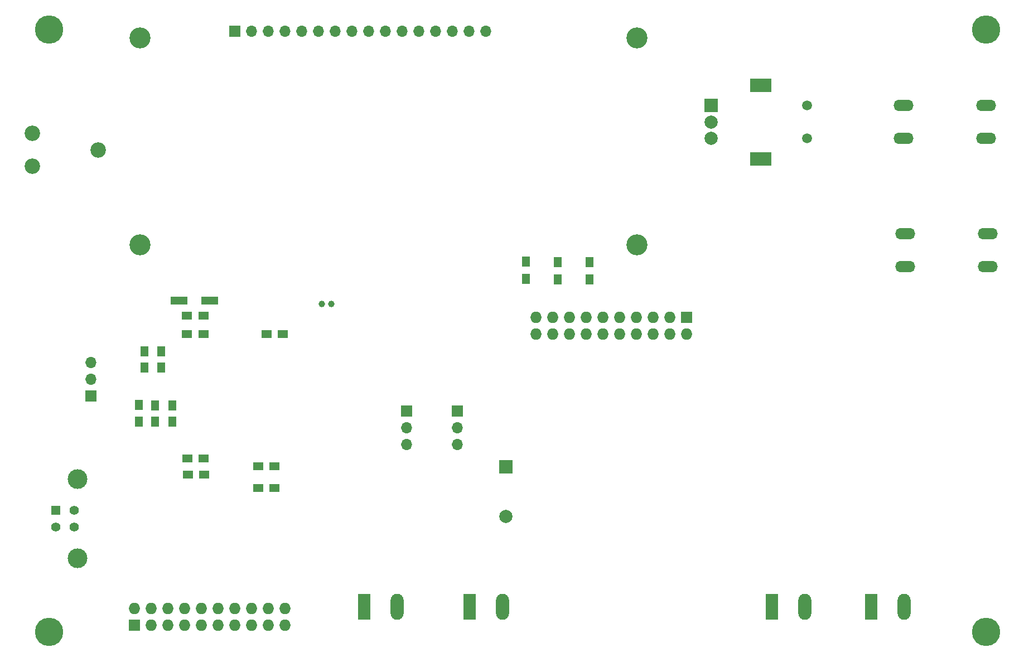
<source format=gbr>
G04 #@! TF.FileFunction,Soldermask,Bot*
%FSLAX46Y46*%
G04 Gerber Fmt 4.6, Leading zero omitted, Abs format (unit mm)*
G04 Created by KiCad (PCBNEW 4.0.7-e2-6376~58~ubuntu16.04.1) date Tue Apr 16 15:45:19 2019*
%MOMM*%
%LPD*%
G01*
G04 APERTURE LIST*
%ADD10C,0.100000*%
%ADD11R,1.700000X1.700000*%
%ADD12O,1.700000X1.700000*%
%ADD13C,3.200000*%
%ADD14C,4.300000*%
%ADD15R,2.000000X2.000000*%
%ADD16C,2.000000*%
%ADD17R,1.500000X1.250000*%
%ADD18R,1.250000X1.500000*%
%ADD19R,1.980000X3.960000*%
%ADD20O,1.980000X3.960000*%
%ADD21R,1.727200X1.727200*%
%ADD22O,1.727200X1.727200*%
%ADD23R,2.598420X1.198880*%
%ADD24R,2.600960X1.198880*%
%ADD25R,1.300000X1.500000*%
%ADD26C,2.340000*%
%ADD27C,1.500000*%
%ADD28R,3.200000X2.000000*%
%ADD29O,3.048000X1.727200*%
%ADD30C,1.000000*%
%ADD31C,3.000000*%
%ADD32C,1.400000*%
%ADD33R,1.400000X1.400000*%
G04 APERTURE END LIST*
D10*
D11*
X109474000Y-56134000D03*
D12*
X112014000Y-56134000D03*
X114554000Y-56134000D03*
X117094000Y-56134000D03*
X119634000Y-56134000D03*
X122174000Y-56134000D03*
X124714000Y-56134000D03*
X127254000Y-56134000D03*
X129794000Y-56134000D03*
X132334000Y-56134000D03*
X134874000Y-56134000D03*
X137414000Y-56134000D03*
X139954000Y-56134000D03*
X142494000Y-56134000D03*
X145034000Y-56134000D03*
X147574000Y-56134000D03*
D13*
X170523000Y-88550000D03*
X95123000Y-57150000D03*
X170523000Y-57150000D03*
X95123000Y-88550000D03*
D14*
X81280000Y-55880000D03*
X223520000Y-55880000D03*
X223520000Y-147320000D03*
X81280000Y-147320000D03*
D15*
X150622000Y-122194000D03*
D16*
X150622000Y-129794000D03*
D17*
X104751767Y-102097891D03*
X102251767Y-102097891D03*
X104751767Y-99314000D03*
X102251767Y-99314000D03*
X116820000Y-102108000D03*
X114320000Y-102108000D03*
D18*
X100051438Y-115378208D03*
X100051438Y-112878208D03*
X97426326Y-115378208D03*
X97426326Y-112878208D03*
X94971438Y-115358208D03*
X94971438Y-112858208D03*
X95758000Y-107188000D03*
X95758000Y-104688000D03*
D17*
X102283002Y-120921001D03*
X104783002Y-120921001D03*
X115550000Y-122174000D03*
X113050000Y-122174000D03*
D18*
X98298000Y-107168000D03*
X98298000Y-104668000D03*
D17*
X102382000Y-123444000D03*
X104882000Y-123444000D03*
X115550000Y-125476000D03*
X113050000Y-125476000D03*
D11*
X135588859Y-113792000D03*
D12*
X135588859Y-116332000D03*
X135588859Y-118872000D03*
D11*
X143256000Y-113792000D03*
D12*
X143256000Y-116332000D03*
X143256000Y-118872000D03*
D19*
X145114000Y-143510000D03*
D20*
X150114000Y-143510000D03*
D19*
X129112000Y-143510000D03*
D20*
X134112000Y-143510000D03*
D21*
X94234000Y-146304000D03*
D22*
X94234000Y-143764000D03*
X96774000Y-146304000D03*
X96774000Y-143764000D03*
X99314000Y-146304000D03*
X99314000Y-143764000D03*
X101854000Y-146304000D03*
X101854000Y-143764000D03*
X104394000Y-146304000D03*
X104394000Y-143764000D03*
X106934000Y-146304000D03*
X106934000Y-143764000D03*
X109474000Y-146304000D03*
X109474000Y-143764000D03*
X112014000Y-146304000D03*
X112014000Y-143764000D03*
X114554000Y-146304000D03*
X114554000Y-143764000D03*
X117094000Y-146304000D03*
X117094000Y-143764000D03*
D21*
X178054000Y-99568000D03*
D22*
X178054000Y-102108000D03*
X175514000Y-99568000D03*
X175514000Y-102108000D03*
X172974000Y-99568000D03*
X172974000Y-102108000D03*
X170434000Y-99568000D03*
X170434000Y-102108000D03*
X167894000Y-99568000D03*
X167894000Y-102108000D03*
X165354000Y-99568000D03*
X165354000Y-102108000D03*
X162814000Y-99568000D03*
X162814000Y-102108000D03*
X160274000Y-99568000D03*
X160274000Y-102108000D03*
X157734000Y-99568000D03*
X157734000Y-102108000D03*
X155194000Y-99568000D03*
X155194000Y-102108000D03*
D19*
X206074000Y-143510000D03*
D20*
X211074000Y-143510000D03*
D19*
X191008000Y-143510000D03*
D20*
X196008000Y-143510000D03*
D11*
X87630000Y-111506000D03*
D12*
X87630000Y-108966000D03*
X87630000Y-106426000D03*
D23*
X105664000Y-97028000D03*
D24*
X101061520Y-97028000D03*
D25*
X163322000Y-93815974D03*
X163322000Y-91115974D03*
X158496000Y-93815974D03*
X158496000Y-91115974D03*
X153670000Y-93735974D03*
X153670000Y-91035974D03*
D26*
X78740000Y-71628000D03*
X88740000Y-74128000D03*
X78740000Y-76628000D03*
D27*
X196342000Y-72390000D03*
X196342000Y-67390000D03*
D28*
X189342000Y-75490000D03*
X189342000Y-64290000D03*
D16*
X181842000Y-72390000D03*
X181842000Y-69890000D03*
D15*
X181842000Y-67390000D03*
D29*
X223520000Y-67390000D03*
X223520000Y-72390000D03*
X211020000Y-67390000D03*
X211020000Y-72390000D03*
X223774000Y-86868000D03*
X223774000Y-91868000D03*
X211274000Y-86868000D03*
X211274000Y-91868000D03*
D30*
X124182000Y-97536000D03*
X122682000Y-97536000D03*
D31*
X85598000Y-124104000D03*
D32*
X85108000Y-128874000D03*
X85108000Y-131374000D03*
D33*
X82358000Y-128874000D03*
D31*
X85598000Y-136144000D03*
D32*
X82358000Y-131374000D03*
M02*

</source>
